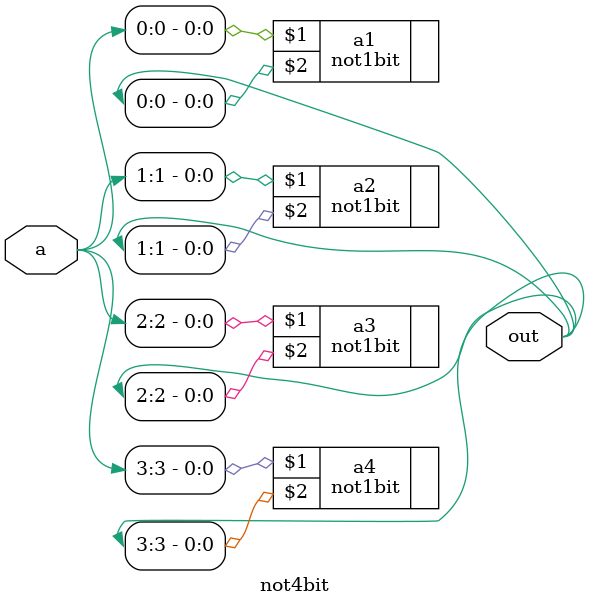
<source format=v>
`include "not1bit.v"
module not4bit (a,out);
    input [3:0] a;
    output [3:0] out;

    not1bit a1(a[0],out[0]);
    not1bit a2(a[1],out[1]);
    not1bit a3(a[2],out[2]);
    not1bit a4(a[3],out[3]);
endmodule
</source>
